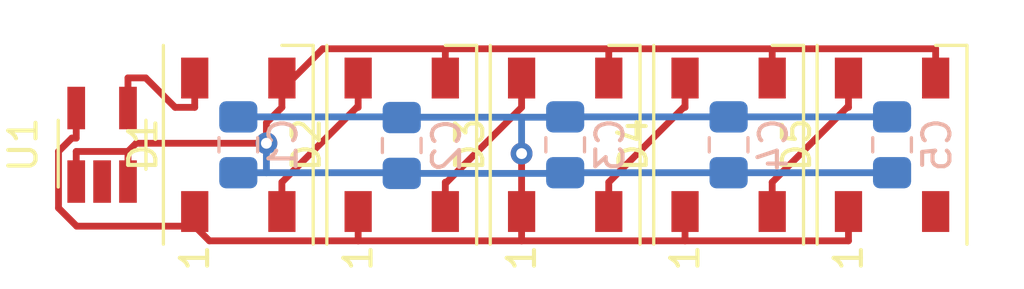
<source format=kicad_pcb>
(kicad_pcb (version 20171130) (host pcbnew 5.1.2-f72e74a~84~ubuntu18.04.1)

  (general
    (thickness 1.6)
    (drawings 0)
    (tracks 78)
    (zones 0)
    (modules 11)
    (nets 8)
  )

  (page A4)
  (layers
    (0 F.Cu signal)
    (31 B.Cu signal)
    (32 B.Adhes user)
    (33 F.Adhes user)
    (34 B.Paste user)
    (35 F.Paste user)
    (36 B.SilkS user)
    (37 F.SilkS user)
    (38 B.Mask user)
    (39 F.Mask user)
    (40 Dwgs.User user)
    (41 Cmts.User user)
    (42 Eco1.User user)
    (43 Eco2.User user)
    (44 Edge.Cuts user)
    (45 Margin user)
    (46 B.CrtYd user)
    (47 F.CrtYd user)
    (48 B.Fab user)
    (49 F.Fab user)
  )

  (setup
    (last_trace_width 0.25)
    (trace_clearance 0.2)
    (zone_clearance 0.508)
    (zone_45_only no)
    (trace_min 0.2)
    (via_size 0.8)
    (via_drill 0.4)
    (via_min_size 0.4)
    (via_min_drill 0.3)
    (uvia_size 0.3)
    (uvia_drill 0.1)
    (uvias_allowed no)
    (uvia_min_size 0.2)
    (uvia_min_drill 0.1)
    (edge_width 0.1)
    (segment_width 0.2)
    (pcb_text_width 0.3)
    (pcb_text_size 1.5 1.5)
    (mod_edge_width 0.15)
    (mod_text_size 1 1)
    (mod_text_width 0.15)
    (pad_size 1.524 1.524)
    (pad_drill 0.762)
    (pad_to_mask_clearance 0)
    (aux_axis_origin 0 0)
    (visible_elements FFFFFF7F)
    (pcbplotparams
      (layerselection 0x010fc_ffffffff)
      (usegerberextensions false)
      (usegerberattributes false)
      (usegerberadvancedattributes false)
      (creategerberjobfile false)
      (excludeedgelayer true)
      (linewidth 0.100000)
      (plotframeref false)
      (viasonmask false)
      (mode 1)
      (useauxorigin false)
      (hpglpennumber 1)
      (hpglpenspeed 20)
      (hpglpendiameter 15.000000)
      (psnegative false)
      (psa4output false)
      (plotreference true)
      (plotvalue true)
      (plotinvisibletext false)
      (padsonsilk false)
      (subtractmaskfromsilk false)
      (outputformat 1)
      (mirror false)
      (drillshape 1)
      (scaleselection 1)
      (outputdirectory ""))
  )

  (net 0 "")
  (net 1 +5V)
  (net 2 GND)
  (net 3 "Net-(D1-Pad2)")
  (net 4 "Net-(D1-Pad4)")
  (net 5 "Net-(D2-Pad2)")
  (net 6 "Net-(D3-Pad2)")
  (net 7 "Net-(D4-Pad2)")

  (net_class Default "This is the default net class."
    (clearance 0.2)
    (trace_width 0.25)
    (via_dia 0.8)
    (via_drill 0.4)
    (uvia_dia 0.3)
    (uvia_drill 0.1)
    (add_net +5V)
    (add_net GND)
    (add_net "Net-(D1-Pad2)")
    (add_net "Net-(D1-Pad4)")
    (add_net "Net-(D2-Pad2)")
    (add_net "Net-(D3-Pad2)")
    (add_net "Net-(D4-Pad2)")
  )

  (module Package_TO_SOT_SMD:SOT-23-5_HandSoldering (layer F.Cu) (tedit 5A0AB76C) (tstamp 5CEBAE66)
    (at 15 45 90)
    (descr "5-pin SOT23 package")
    (tags "SOT-23-5 hand-soldering")
    (path /5CFAEDA6)
    (attr smd)
    (fp_text reference U1 (at 0 -2.9 90) (layer F.SilkS)
      (effects (font (size 1 1) (thickness 0.15)))
    )
    (fp_text value 74AHCT1G125 (at 0 2.9 90) (layer F.Fab)
      (effects (font (size 1 1) (thickness 0.15)))
    )
    (fp_line (start 2.38 1.8) (end -2.38 1.8) (layer F.CrtYd) (width 0.05))
    (fp_line (start 2.38 1.8) (end 2.38 -1.8) (layer F.CrtYd) (width 0.05))
    (fp_line (start -2.38 -1.8) (end -2.38 1.8) (layer F.CrtYd) (width 0.05))
    (fp_line (start -2.38 -1.8) (end 2.38 -1.8) (layer F.CrtYd) (width 0.05))
    (fp_line (start 0.9 -1.55) (end 0.9 1.55) (layer F.Fab) (width 0.1))
    (fp_line (start 0.9 1.55) (end -0.9 1.55) (layer F.Fab) (width 0.1))
    (fp_line (start -0.9 -0.9) (end -0.9 1.55) (layer F.Fab) (width 0.1))
    (fp_line (start 0.9 -1.55) (end -0.25 -1.55) (layer F.Fab) (width 0.1))
    (fp_line (start -0.9 -0.9) (end -0.25 -1.55) (layer F.Fab) (width 0.1))
    (fp_line (start 0.9 -1.61) (end -1.55 -1.61) (layer F.SilkS) (width 0.12))
    (fp_line (start -0.9 1.61) (end 0.9 1.61) (layer F.SilkS) (width 0.12))
    (fp_text user %R (at 0 0) (layer F.Fab)
      (effects (font (size 0.5 0.5) (thickness 0.075)))
    )
    (pad 5 smd rect (at 1.35 -0.95 90) (size 1.56 0.65) (layers F.Cu F.Paste F.Mask)
      (net 1 +5V))
    (pad 4 smd rect (at 1.35 0.95 90) (size 1.56 0.65) (layers F.Cu F.Paste F.Mask)
      (net 4 "Net-(D1-Pad4)"))
    (pad 3 smd rect (at -1.35 0.95 90) (size 1.56 0.65) (layers F.Cu F.Paste F.Mask)
      (net 2 GND))
    (pad 2 smd rect (at -1.35 0 90) (size 1.56 0.65) (layers F.Cu F.Paste F.Mask))
    (pad 1 smd rect (at -1.35 -0.95 90) (size 1.56 0.65) (layers F.Cu F.Paste F.Mask)
      (net 2 GND))
    (model ${KISYS3DMOD}/Package_TO_SOT_SMD.3dshapes/SOT-23-5.wrl
      (at (xyz 0 0 0))
      (scale (xyz 1 1 1))
      (rotate (xyz 0 0 0))
    )
  )

  (module LED_SMD:LED_WS2812B_PLCC4_5.0x5.0mm_P3.2mm (layer F.Cu) (tedit 5AA4B285) (tstamp 5CEBAE51)
    (at 44 45 90)
    (descr https://cdn-shop.adafruit.com/datasheets/WS2812B.pdf)
    (tags "LED RGB NeoPixel")
    (path /5CF3D5CB)
    (attr smd)
    (fp_text reference D5 (at 0 -3.5 90) (layer F.SilkS)
      (effects (font (size 1 1) (thickness 0.15)))
    )
    (fp_text value WS2812B (at 0 4 90) (layer F.Fab)
      (effects (font (size 1 1) (thickness 0.15)))
    )
    (fp_circle (center 0 0) (end 0 -2) (layer F.Fab) (width 0.1))
    (fp_line (start 3.65 2.75) (end 3.65 1.6) (layer F.SilkS) (width 0.12))
    (fp_line (start -3.65 2.75) (end 3.65 2.75) (layer F.SilkS) (width 0.12))
    (fp_line (start -3.65 -2.75) (end 3.65 -2.75) (layer F.SilkS) (width 0.12))
    (fp_line (start 2.5 -2.5) (end -2.5 -2.5) (layer F.Fab) (width 0.1))
    (fp_line (start 2.5 2.5) (end 2.5 -2.5) (layer F.Fab) (width 0.1))
    (fp_line (start -2.5 2.5) (end 2.5 2.5) (layer F.Fab) (width 0.1))
    (fp_line (start -2.5 -2.5) (end -2.5 2.5) (layer F.Fab) (width 0.1))
    (fp_line (start 2.5 1.5) (end 1.5 2.5) (layer F.Fab) (width 0.1))
    (fp_line (start -3.45 -2.75) (end -3.45 2.75) (layer F.CrtYd) (width 0.05))
    (fp_line (start -3.45 2.75) (end 3.45 2.75) (layer F.CrtYd) (width 0.05))
    (fp_line (start 3.45 2.75) (end 3.45 -2.75) (layer F.CrtYd) (width 0.05))
    (fp_line (start 3.45 -2.75) (end -3.45 -2.75) (layer F.CrtYd) (width 0.05))
    (fp_text user %R (at 0 0 90) (layer F.Fab)
      (effects (font (size 0.8 0.8) (thickness 0.15)))
    )
    (fp_text user 1 (at -4.15 -1.6 90) (layer F.SilkS)
      (effects (font (size 1 1) (thickness 0.15)))
    )
    (pad 1 smd rect (at -2.45 -1.6 90) (size 1.5 1) (layers F.Cu F.Paste F.Mask)
      (net 1 +5V))
    (pad 2 smd rect (at -2.45 1.6 90) (size 1.5 1) (layers F.Cu F.Paste F.Mask))
    (pad 4 smd rect (at 2.45 -1.6 90) (size 1.5 1) (layers F.Cu F.Paste F.Mask)
      (net 7 "Net-(D4-Pad2)"))
    (pad 3 smd rect (at 2.45 1.6 90) (size 1.5 1) (layers F.Cu F.Paste F.Mask)
      (net 2 GND))
    (model ${KISYS3DMOD}/LED_SMD.3dshapes/LED_WS2812B_PLCC4_5.0x5.0mm_P3.2mm.wrl
      (at (xyz 0 0 0))
      (scale (xyz 1 1 1))
      (rotate (xyz 0 0 0))
    )
  )

  (module LED_SMD:LED_WS2812B_PLCC4_5.0x5.0mm_P3.2mm (layer F.Cu) (tedit 5AA4B285) (tstamp 5CEBAE3A)
    (at 38 45 90)
    (descr https://cdn-shop.adafruit.com/datasheets/WS2812B.pdf)
    (tags "LED RGB NeoPixel")
    (path /5CF3D050)
    (attr smd)
    (fp_text reference D4 (at 0 -3.5 90) (layer F.SilkS)
      (effects (font (size 1 1) (thickness 0.15)))
    )
    (fp_text value WS2812B (at 0 4 90) (layer F.Fab)
      (effects (font (size 1 1) (thickness 0.15)))
    )
    (fp_circle (center 0 0) (end 0 -2) (layer F.Fab) (width 0.1))
    (fp_line (start 3.65 2.75) (end 3.65 1.6) (layer F.SilkS) (width 0.12))
    (fp_line (start -3.65 2.75) (end 3.65 2.75) (layer F.SilkS) (width 0.12))
    (fp_line (start -3.65 -2.75) (end 3.65 -2.75) (layer F.SilkS) (width 0.12))
    (fp_line (start 2.5 -2.5) (end -2.5 -2.5) (layer F.Fab) (width 0.1))
    (fp_line (start 2.5 2.5) (end 2.5 -2.5) (layer F.Fab) (width 0.1))
    (fp_line (start -2.5 2.5) (end 2.5 2.5) (layer F.Fab) (width 0.1))
    (fp_line (start -2.5 -2.5) (end -2.5 2.5) (layer F.Fab) (width 0.1))
    (fp_line (start 2.5 1.5) (end 1.5 2.5) (layer F.Fab) (width 0.1))
    (fp_line (start -3.45 -2.75) (end -3.45 2.75) (layer F.CrtYd) (width 0.05))
    (fp_line (start -3.45 2.75) (end 3.45 2.75) (layer F.CrtYd) (width 0.05))
    (fp_line (start 3.45 2.75) (end 3.45 -2.75) (layer F.CrtYd) (width 0.05))
    (fp_line (start 3.45 -2.75) (end -3.45 -2.75) (layer F.CrtYd) (width 0.05))
    (fp_text user %R (at 0 0 90) (layer F.Fab)
      (effects (font (size 0.8 0.8) (thickness 0.15)))
    )
    (fp_text user 1 (at -4.15 -1.6 90) (layer F.SilkS)
      (effects (font (size 1 1) (thickness 0.15)))
    )
    (pad 1 smd rect (at -2.45 -1.6 90) (size 1.5 1) (layers F.Cu F.Paste F.Mask)
      (net 1 +5V))
    (pad 2 smd rect (at -2.45 1.6 90) (size 1.5 1) (layers F.Cu F.Paste F.Mask)
      (net 7 "Net-(D4-Pad2)"))
    (pad 4 smd rect (at 2.45 -1.6 90) (size 1.5 1) (layers F.Cu F.Paste F.Mask)
      (net 6 "Net-(D3-Pad2)"))
    (pad 3 smd rect (at 2.45 1.6 90) (size 1.5 1) (layers F.Cu F.Paste F.Mask)
      (net 2 GND))
    (model ${KISYS3DMOD}/LED_SMD.3dshapes/LED_WS2812B_PLCC4_5.0x5.0mm_P3.2mm.wrl
      (at (xyz 0 0 0))
      (scale (xyz 1 1 1))
      (rotate (xyz 0 0 0))
    )
  )

  (module LED_SMD:LED_WS2812B_PLCC4_5.0x5.0mm_P3.2mm (layer F.Cu) (tedit 5AA4B285) (tstamp 5CEBAE23)
    (at 32 45 90)
    (descr https://cdn-shop.adafruit.com/datasheets/WS2812B.pdf)
    (tags "LED RGB NeoPixel")
    (path /5CF3CB01)
    (attr smd)
    (fp_text reference D3 (at 0 -3.5 90) (layer F.SilkS)
      (effects (font (size 1 1) (thickness 0.15)))
    )
    (fp_text value WS2812B (at 0 4 90) (layer F.Fab)
      (effects (font (size 1 1) (thickness 0.15)))
    )
    (fp_circle (center 0 0) (end 0 -2) (layer F.Fab) (width 0.1))
    (fp_line (start 3.65 2.75) (end 3.65 1.6) (layer F.SilkS) (width 0.12))
    (fp_line (start -3.65 2.75) (end 3.65 2.75) (layer F.SilkS) (width 0.12))
    (fp_line (start -3.65 -2.75) (end 3.65 -2.75) (layer F.SilkS) (width 0.12))
    (fp_line (start 2.5 -2.5) (end -2.5 -2.5) (layer F.Fab) (width 0.1))
    (fp_line (start 2.5 2.5) (end 2.5 -2.5) (layer F.Fab) (width 0.1))
    (fp_line (start -2.5 2.5) (end 2.5 2.5) (layer F.Fab) (width 0.1))
    (fp_line (start -2.5 -2.5) (end -2.5 2.5) (layer F.Fab) (width 0.1))
    (fp_line (start 2.5 1.5) (end 1.5 2.5) (layer F.Fab) (width 0.1))
    (fp_line (start -3.45 -2.75) (end -3.45 2.75) (layer F.CrtYd) (width 0.05))
    (fp_line (start -3.45 2.75) (end 3.45 2.75) (layer F.CrtYd) (width 0.05))
    (fp_line (start 3.45 2.75) (end 3.45 -2.75) (layer F.CrtYd) (width 0.05))
    (fp_line (start 3.45 -2.75) (end -3.45 -2.75) (layer F.CrtYd) (width 0.05))
    (fp_text user %R (at 0 0 90) (layer F.Fab)
      (effects (font (size 0.8 0.8) (thickness 0.15)))
    )
    (fp_text user 1 (at -4.15 -1.6 90) (layer F.SilkS)
      (effects (font (size 1 1) (thickness 0.15)))
    )
    (pad 1 smd rect (at -2.45 -1.6 90) (size 1.5 1) (layers F.Cu F.Paste F.Mask)
      (net 1 +5V))
    (pad 2 smd rect (at -2.45 1.6 90) (size 1.5 1) (layers F.Cu F.Paste F.Mask)
      (net 6 "Net-(D3-Pad2)"))
    (pad 4 smd rect (at 2.45 -1.6 90) (size 1.5 1) (layers F.Cu F.Paste F.Mask)
      (net 5 "Net-(D2-Pad2)"))
    (pad 3 smd rect (at 2.45 1.6 90) (size 1.5 1) (layers F.Cu F.Paste F.Mask)
      (net 2 GND))
    (model ${KISYS3DMOD}/LED_SMD.3dshapes/LED_WS2812B_PLCC4_5.0x5.0mm_P3.2mm.wrl
      (at (xyz 0 0 0))
      (scale (xyz 1 1 1))
      (rotate (xyz 0 0 0))
    )
  )

  (module LED_SMD:LED_WS2812B_PLCC4_5.0x5.0mm_P3.2mm (layer F.Cu) (tedit 5AA4B285) (tstamp 5CEBAE0C)
    (at 26 45 90)
    (descr https://cdn-shop.adafruit.com/datasheets/WS2812B.pdf)
    (tags "LED RGB NeoPixel")
    (path /5CF3C1DB)
    (attr smd)
    (fp_text reference D2 (at 0 -3.5 90) (layer F.SilkS)
      (effects (font (size 1 1) (thickness 0.15)))
    )
    (fp_text value WS2812B (at 0 4 90) (layer F.Fab)
      (effects (font (size 1 1) (thickness 0.15)))
    )
    (fp_circle (center 0 0) (end 0 -2) (layer F.Fab) (width 0.1))
    (fp_line (start 3.65 2.75) (end 3.65 1.6) (layer F.SilkS) (width 0.12))
    (fp_line (start -3.65 2.75) (end 3.65 2.75) (layer F.SilkS) (width 0.12))
    (fp_line (start -3.65 -2.75) (end 3.65 -2.75) (layer F.SilkS) (width 0.12))
    (fp_line (start 2.5 -2.5) (end -2.5 -2.5) (layer F.Fab) (width 0.1))
    (fp_line (start 2.5 2.5) (end 2.5 -2.5) (layer F.Fab) (width 0.1))
    (fp_line (start -2.5 2.5) (end 2.5 2.5) (layer F.Fab) (width 0.1))
    (fp_line (start -2.5 -2.5) (end -2.5 2.5) (layer F.Fab) (width 0.1))
    (fp_line (start 2.5 1.5) (end 1.5 2.5) (layer F.Fab) (width 0.1))
    (fp_line (start -3.45 -2.75) (end -3.45 2.75) (layer F.CrtYd) (width 0.05))
    (fp_line (start -3.45 2.75) (end 3.45 2.75) (layer F.CrtYd) (width 0.05))
    (fp_line (start 3.45 2.75) (end 3.45 -2.75) (layer F.CrtYd) (width 0.05))
    (fp_line (start 3.45 -2.75) (end -3.45 -2.75) (layer F.CrtYd) (width 0.05))
    (fp_text user %R (at 0 0 90) (layer F.Fab)
      (effects (font (size 0.8 0.8) (thickness 0.15)))
    )
    (fp_text user 1 (at -4.15 -1.6 90) (layer F.SilkS)
      (effects (font (size 1 1) (thickness 0.15)))
    )
    (pad 1 smd rect (at -2.45 -1.6 90) (size 1.5 1) (layers F.Cu F.Paste F.Mask)
      (net 1 +5V))
    (pad 2 smd rect (at -2.45 1.6 90) (size 1.5 1) (layers F.Cu F.Paste F.Mask)
      (net 5 "Net-(D2-Pad2)"))
    (pad 4 smd rect (at 2.45 -1.6 90) (size 1.5 1) (layers F.Cu F.Paste F.Mask)
      (net 3 "Net-(D1-Pad2)"))
    (pad 3 smd rect (at 2.45 1.6 90) (size 1.5 1) (layers F.Cu F.Paste F.Mask)
      (net 2 GND))
    (model ${KISYS3DMOD}/LED_SMD.3dshapes/LED_WS2812B_PLCC4_5.0x5.0mm_P3.2mm.wrl
      (at (xyz 0 0 0))
      (scale (xyz 1 1 1))
      (rotate (xyz 0 0 0))
    )
  )

  (module LED_SMD:LED_WS2812B_PLCC4_5.0x5.0mm_P3.2mm (layer F.Cu) (tedit 5AA4B285) (tstamp 5CEBADF5)
    (at 20 45 90)
    (descr https://cdn-shop.adafruit.com/datasheets/WS2812B.pdf)
    (tags "LED RGB NeoPixel")
    (path /5CF3B1DC)
    (attr smd)
    (fp_text reference D1 (at 0 -3.5 90) (layer F.SilkS)
      (effects (font (size 1 1) (thickness 0.15)))
    )
    (fp_text value WS2812B (at 0 4 90) (layer F.Fab)
      (effects (font (size 1 1) (thickness 0.15)))
    )
    (fp_circle (center 0 0) (end 0 -2) (layer F.Fab) (width 0.1))
    (fp_line (start 3.65 2.75) (end 3.65 1.6) (layer F.SilkS) (width 0.12))
    (fp_line (start -3.65 2.75) (end 3.65 2.75) (layer F.SilkS) (width 0.12))
    (fp_line (start -3.65 -2.75) (end 3.65 -2.75) (layer F.SilkS) (width 0.12))
    (fp_line (start 2.5 -2.5) (end -2.5 -2.5) (layer F.Fab) (width 0.1))
    (fp_line (start 2.5 2.5) (end 2.5 -2.5) (layer F.Fab) (width 0.1))
    (fp_line (start -2.5 2.5) (end 2.5 2.5) (layer F.Fab) (width 0.1))
    (fp_line (start -2.5 -2.5) (end -2.5 2.5) (layer F.Fab) (width 0.1))
    (fp_line (start 2.5 1.5) (end 1.5 2.5) (layer F.Fab) (width 0.1))
    (fp_line (start -3.45 -2.75) (end -3.45 2.75) (layer F.CrtYd) (width 0.05))
    (fp_line (start -3.45 2.75) (end 3.45 2.75) (layer F.CrtYd) (width 0.05))
    (fp_line (start 3.45 2.75) (end 3.45 -2.75) (layer F.CrtYd) (width 0.05))
    (fp_line (start 3.45 -2.75) (end -3.45 -2.75) (layer F.CrtYd) (width 0.05))
    (fp_text user %R (at 0 0 90) (layer F.Fab)
      (effects (font (size 0.8 0.8) (thickness 0.15)))
    )
    (fp_text user 1 (at -4.15 -1.6 90) (layer F.SilkS)
      (effects (font (size 1 1) (thickness 0.15)))
    )
    (pad 1 smd rect (at -2.45 -1.6 90) (size 1.5 1) (layers F.Cu F.Paste F.Mask)
      (net 1 +5V))
    (pad 2 smd rect (at -2.45 1.6 90) (size 1.5 1) (layers F.Cu F.Paste F.Mask)
      (net 3 "Net-(D1-Pad2)"))
    (pad 4 smd rect (at 2.45 -1.6 90) (size 1.5 1) (layers F.Cu F.Paste F.Mask)
      (net 4 "Net-(D1-Pad4)"))
    (pad 3 smd rect (at 2.45 1.6 90) (size 1.5 1) (layers F.Cu F.Paste F.Mask)
      (net 2 GND))
    (model ${KISYS3DMOD}/LED_SMD.3dshapes/LED_WS2812B_PLCC4_5.0x5.0mm_P3.2mm.wrl
      (at (xyz 0 0 0))
      (scale (xyz 1 1 1))
      (rotate (xyz 0 0 0))
    )
  )

  (module Capacitor_SMD:C_0805_2012Metric_Pad1.15x1.40mm_HandSolder (layer B.Cu) (tedit 5B36C52B) (tstamp 5CEBADDE)
    (at 44 45 90)
    (descr "Capacitor SMD 0805 (2012 Metric), square (rectangular) end terminal, IPC_7351 nominal with elongated pad for handsoldering. (Body size source: https://docs.google.com/spreadsheets/d/1BsfQQcO9C6DZCsRaXUlFlo91Tg2WpOkGARC1WS5S8t0/edit?usp=sharing), generated with kicad-footprint-generator")
    (tags "capacitor handsolder")
    (path /5CF72840)
    (attr smd)
    (fp_text reference C5 (at 0 1.65 90) (layer B.SilkS)
      (effects (font (size 1 1) (thickness 0.15)) (justify mirror))
    )
    (fp_text value C106,0805 (at 0 -1.65 90) (layer B.Fab)
      (effects (font (size 1 1) (thickness 0.15)) (justify mirror))
    )
    (fp_text user %R (at 0 0 90) (layer B.Fab)
      (effects (font (size 0.5 0.5) (thickness 0.08)) (justify mirror))
    )
    (fp_line (start 1.85 -0.95) (end -1.85 -0.95) (layer B.CrtYd) (width 0.05))
    (fp_line (start 1.85 0.95) (end 1.85 -0.95) (layer B.CrtYd) (width 0.05))
    (fp_line (start -1.85 0.95) (end 1.85 0.95) (layer B.CrtYd) (width 0.05))
    (fp_line (start -1.85 -0.95) (end -1.85 0.95) (layer B.CrtYd) (width 0.05))
    (fp_line (start -0.261252 -0.71) (end 0.261252 -0.71) (layer B.SilkS) (width 0.12))
    (fp_line (start -0.261252 0.71) (end 0.261252 0.71) (layer B.SilkS) (width 0.12))
    (fp_line (start 1 -0.6) (end -1 -0.6) (layer B.Fab) (width 0.1))
    (fp_line (start 1 0.6) (end 1 -0.6) (layer B.Fab) (width 0.1))
    (fp_line (start -1 0.6) (end 1 0.6) (layer B.Fab) (width 0.1))
    (fp_line (start -1 -0.6) (end -1 0.6) (layer B.Fab) (width 0.1))
    (pad 2 smd roundrect (at 1.025 0 90) (size 1.15 1.4) (layers B.Cu B.Paste B.Mask) (roundrect_rratio 0.217391)
      (net 1 +5V))
    (pad 1 smd roundrect (at -1.025 0 90) (size 1.15 1.4) (layers B.Cu B.Paste B.Mask) (roundrect_rratio 0.217391)
      (net 2 GND))
    (model ${KISYS3DMOD}/Capacitor_SMD.3dshapes/C_0805_2012Metric.wrl
      (at (xyz 0 0 0))
      (scale (xyz 1 1 1))
      (rotate (xyz 0 0 0))
    )
  )

  (module Capacitor_SMD:C_0805_2012Metric_Pad1.15x1.40mm_HandSolder (layer B.Cu) (tedit 5B36C52B) (tstamp 5CEBADCD)
    (at 38 45 90)
    (descr "Capacitor SMD 0805 (2012 Metric), square (rectangular) end terminal, IPC_7351 nominal with elongated pad for handsoldering. (Body size source: https://docs.google.com/spreadsheets/d/1BsfQQcO9C6DZCsRaXUlFlo91Tg2WpOkGARC1WS5S8t0/edit?usp=sharing), generated with kicad-footprint-generator")
    (tags "capacitor handsolder")
    (path /5CF70FB2)
    (attr smd)
    (fp_text reference C4 (at 0 1.65 90) (layer B.SilkS)
      (effects (font (size 1 1) (thickness 0.15)) (justify mirror))
    )
    (fp_text value C106,0805 (at 0 -1.65 90) (layer B.Fab)
      (effects (font (size 1 1) (thickness 0.15)) (justify mirror))
    )
    (fp_text user %R (at 0 0 90) (layer B.Fab)
      (effects (font (size 0.5 0.5) (thickness 0.08)) (justify mirror))
    )
    (fp_line (start 1.85 -0.95) (end -1.85 -0.95) (layer B.CrtYd) (width 0.05))
    (fp_line (start 1.85 0.95) (end 1.85 -0.95) (layer B.CrtYd) (width 0.05))
    (fp_line (start -1.85 0.95) (end 1.85 0.95) (layer B.CrtYd) (width 0.05))
    (fp_line (start -1.85 -0.95) (end -1.85 0.95) (layer B.CrtYd) (width 0.05))
    (fp_line (start -0.261252 -0.71) (end 0.261252 -0.71) (layer B.SilkS) (width 0.12))
    (fp_line (start -0.261252 0.71) (end 0.261252 0.71) (layer B.SilkS) (width 0.12))
    (fp_line (start 1 -0.6) (end -1 -0.6) (layer B.Fab) (width 0.1))
    (fp_line (start 1 0.6) (end 1 -0.6) (layer B.Fab) (width 0.1))
    (fp_line (start -1 0.6) (end 1 0.6) (layer B.Fab) (width 0.1))
    (fp_line (start -1 -0.6) (end -1 0.6) (layer B.Fab) (width 0.1))
    (pad 2 smd roundrect (at 1.025 0 90) (size 1.15 1.4) (layers B.Cu B.Paste B.Mask) (roundrect_rratio 0.217391)
      (net 1 +5V))
    (pad 1 smd roundrect (at -1.025 0 90) (size 1.15 1.4) (layers B.Cu B.Paste B.Mask) (roundrect_rratio 0.217391)
      (net 2 GND))
    (model ${KISYS3DMOD}/Capacitor_SMD.3dshapes/C_0805_2012Metric.wrl
      (at (xyz 0 0 0))
      (scale (xyz 1 1 1))
      (rotate (xyz 0 0 0))
    )
  )

  (module Capacitor_SMD:C_0805_2012Metric_Pad1.15x1.40mm_HandSolder (layer B.Cu) (tedit 5B36C52B) (tstamp 5CEBADBC)
    (at 32 45 90)
    (descr "Capacitor SMD 0805 (2012 Metric), square (rectangular) end terminal, IPC_7351 nominal with elongated pad for handsoldering. (Body size source: https://docs.google.com/spreadsheets/d/1BsfQQcO9C6DZCsRaXUlFlo91Tg2WpOkGARC1WS5S8t0/edit?usp=sharing), generated with kicad-footprint-generator")
    (tags "capacitor handsolder")
    (path /5CF6F5B1)
    (attr smd)
    (fp_text reference C3 (at 0 1.65 90) (layer B.SilkS)
      (effects (font (size 1 1) (thickness 0.15)) (justify mirror))
    )
    (fp_text value C106,0805 (at 0 -1.65 90) (layer B.Fab)
      (effects (font (size 1 1) (thickness 0.15)) (justify mirror))
    )
    (fp_text user %R (at 0 0 90) (layer B.Fab)
      (effects (font (size 0.5 0.5) (thickness 0.08)) (justify mirror))
    )
    (fp_line (start 1.85 -0.95) (end -1.85 -0.95) (layer B.CrtYd) (width 0.05))
    (fp_line (start 1.85 0.95) (end 1.85 -0.95) (layer B.CrtYd) (width 0.05))
    (fp_line (start -1.85 0.95) (end 1.85 0.95) (layer B.CrtYd) (width 0.05))
    (fp_line (start -1.85 -0.95) (end -1.85 0.95) (layer B.CrtYd) (width 0.05))
    (fp_line (start -0.261252 -0.71) (end 0.261252 -0.71) (layer B.SilkS) (width 0.12))
    (fp_line (start -0.261252 0.71) (end 0.261252 0.71) (layer B.SilkS) (width 0.12))
    (fp_line (start 1 -0.6) (end -1 -0.6) (layer B.Fab) (width 0.1))
    (fp_line (start 1 0.6) (end 1 -0.6) (layer B.Fab) (width 0.1))
    (fp_line (start -1 0.6) (end 1 0.6) (layer B.Fab) (width 0.1))
    (fp_line (start -1 -0.6) (end -1 0.6) (layer B.Fab) (width 0.1))
    (pad 2 smd roundrect (at 1.025 0 90) (size 1.15 1.4) (layers B.Cu B.Paste B.Mask) (roundrect_rratio 0.217391)
      (net 1 +5V))
    (pad 1 smd roundrect (at -1.025 0 90) (size 1.15 1.4) (layers B.Cu B.Paste B.Mask) (roundrect_rratio 0.217391)
      (net 2 GND))
    (model ${KISYS3DMOD}/Capacitor_SMD.3dshapes/C_0805_2012Metric.wrl
      (at (xyz 0 0 0))
      (scale (xyz 1 1 1))
      (rotate (xyz 0 0 0))
    )
  )

  (module Capacitor_SMD:C_0805_2012Metric_Pad1.15x1.40mm_HandSolder (layer B.Cu) (tedit 5B36C52B) (tstamp 5CEBADAB)
    (at 26 45.025 90)
    (descr "Capacitor SMD 0805 (2012 Metric), square (rectangular) end terminal, IPC_7351 nominal with elongated pad for handsoldering. (Body size source: https://docs.google.com/spreadsheets/d/1BsfQQcO9C6DZCsRaXUlFlo91Tg2WpOkGARC1WS5S8t0/edit?usp=sharing), generated with kicad-footprint-generator")
    (tags "capacitor handsolder")
    (path /5CF6DBC3)
    (attr smd)
    (fp_text reference C2 (at 0 1.65 90) (layer B.SilkS)
      (effects (font (size 1 1) (thickness 0.15)) (justify mirror))
    )
    (fp_text value C106,0805 (at 0 -1.65 90) (layer B.Fab)
      (effects (font (size 1 1) (thickness 0.15)) (justify mirror))
    )
    (fp_text user %R (at 0 0 90) (layer B.Fab)
      (effects (font (size 0.5 0.5) (thickness 0.08)) (justify mirror))
    )
    (fp_line (start 1.85 -0.95) (end -1.85 -0.95) (layer B.CrtYd) (width 0.05))
    (fp_line (start 1.85 0.95) (end 1.85 -0.95) (layer B.CrtYd) (width 0.05))
    (fp_line (start -1.85 0.95) (end 1.85 0.95) (layer B.CrtYd) (width 0.05))
    (fp_line (start -1.85 -0.95) (end -1.85 0.95) (layer B.CrtYd) (width 0.05))
    (fp_line (start -0.261252 -0.71) (end 0.261252 -0.71) (layer B.SilkS) (width 0.12))
    (fp_line (start -0.261252 0.71) (end 0.261252 0.71) (layer B.SilkS) (width 0.12))
    (fp_line (start 1 -0.6) (end -1 -0.6) (layer B.Fab) (width 0.1))
    (fp_line (start 1 0.6) (end 1 -0.6) (layer B.Fab) (width 0.1))
    (fp_line (start -1 0.6) (end 1 0.6) (layer B.Fab) (width 0.1))
    (fp_line (start -1 -0.6) (end -1 0.6) (layer B.Fab) (width 0.1))
    (pad 2 smd roundrect (at 1.025 0 90) (size 1.15 1.4) (layers B.Cu B.Paste B.Mask) (roundrect_rratio 0.217391)
      (net 1 +5V))
    (pad 1 smd roundrect (at -1.025 0 90) (size 1.15 1.4) (layers B.Cu B.Paste B.Mask) (roundrect_rratio 0.217391)
      (net 2 GND))
    (model ${KISYS3DMOD}/Capacitor_SMD.3dshapes/C_0805_2012Metric.wrl
      (at (xyz 0 0 0))
      (scale (xyz 1 1 1))
      (rotate (xyz 0 0 0))
    )
  )

  (module Capacitor_SMD:C_0805_2012Metric_Pad1.15x1.40mm_HandSolder (layer B.Cu) (tedit 5B36C52B) (tstamp 5CEBAD9A)
    (at 20 45 90)
    (descr "Capacitor SMD 0805 (2012 Metric), square (rectangular) end terminal, IPC_7351 nominal with elongated pad for handsoldering. (Body size source: https://docs.google.com/spreadsheets/d/1BsfQQcO9C6DZCsRaXUlFlo91Tg2WpOkGARC1WS5S8t0/edit?usp=sharing), generated with kicad-footprint-generator")
    (tags "capacitor handsolder")
    (path /5CE4C478)
    (attr smd)
    (fp_text reference C1 (at 0 1.65 90) (layer B.SilkS)
      (effects (font (size 1 1) (thickness 0.15)) (justify mirror))
    )
    (fp_text value C106,0805 (at 0 -1.65 90) (layer B.Fab)
      (effects (font (size 1 1) (thickness 0.15)) (justify mirror))
    )
    (fp_text user %R (at 0 0 90) (layer B.Fab)
      (effects (font (size 0.5 0.5) (thickness 0.08)) (justify mirror))
    )
    (fp_line (start 1.85 -0.95) (end -1.85 -0.95) (layer B.CrtYd) (width 0.05))
    (fp_line (start 1.85 0.95) (end 1.85 -0.95) (layer B.CrtYd) (width 0.05))
    (fp_line (start -1.85 0.95) (end 1.85 0.95) (layer B.CrtYd) (width 0.05))
    (fp_line (start -1.85 -0.95) (end -1.85 0.95) (layer B.CrtYd) (width 0.05))
    (fp_line (start -0.261252 -0.71) (end 0.261252 -0.71) (layer B.SilkS) (width 0.12))
    (fp_line (start -0.261252 0.71) (end 0.261252 0.71) (layer B.SilkS) (width 0.12))
    (fp_line (start 1 -0.6) (end -1 -0.6) (layer B.Fab) (width 0.1))
    (fp_line (start 1 0.6) (end 1 -0.6) (layer B.Fab) (width 0.1))
    (fp_line (start -1 0.6) (end 1 0.6) (layer B.Fab) (width 0.1))
    (fp_line (start -1 -0.6) (end -1 0.6) (layer B.Fab) (width 0.1))
    (pad 2 smd roundrect (at 1.025 0 90) (size 1.15 1.4) (layers B.Cu B.Paste B.Mask) (roundrect_rratio 0.217391)
      (net 1 +5V))
    (pad 1 smd roundrect (at -1.025 0 90) (size 1.15 1.4) (layers B.Cu B.Paste B.Mask) (roundrect_rratio 0.217391)
      (net 2 GND))
    (model ${KISYS3DMOD}/Capacitor_SMD.3dshapes/C_0805_2012Metric.wrl
      (at (xyz 0 0 0))
      (scale (xyz 1 1 1))
      (rotate (xyz 0 0 0))
    )
  )

  (segment (start 30.4 43.9875) (end 31.9875 43.9875) (width 0.25) (layer B.Cu) (net 1))
  (segment (start 31.9875 43.9875) (end 32 43.975) (width 0.25) (layer B.Cu) (net 1))
  (segment (start 26 43.9875) (end 30.4 43.9875) (width 0.25) (layer B.Cu) (net 1))
  (segment (start 30.4 43.9875) (end 30.4 45.3227) (width 0.25) (layer B.Cu) (net 1))
  (segment (start 30.4 45.3227) (end 30.4 47.45) (width 0.25) (layer F.Cu) (net 1))
  (segment (start 18.4 47.9876) (end 18.9377 48.5253) (width 0.25) (layer F.Cu) (net 1))
  (segment (start 18.9377 48.5253) (end 24.4 48.5253) (width 0.25) (layer F.Cu) (net 1))
  (segment (start 14.05 44.7553) (end 13.8873 44.7553) (width 0.25) (layer F.Cu) (net 1))
  (segment (start 13.8873 44.7553) (end 13.3997 45.2429) (width 0.25) (layer F.Cu) (net 1))
  (segment (start 13.3997 45.2429) (end 13.3997 47.3208) (width 0.25) (layer F.Cu) (net 1))
  (segment (start 13.3997 47.3208) (end 14.0665 47.9876) (width 0.25) (layer F.Cu) (net 1))
  (segment (start 14.0665 47.9876) (end 18.4 47.9876) (width 0.25) (layer F.Cu) (net 1))
  (segment (start 32 43.975) (end 38 43.975) (width 0.25) (layer B.Cu) (net 1))
  (segment (start 30.4 48.5253) (end 36.4 48.5253) (width 0.25) (layer F.Cu) (net 1))
  (segment (start 24.4 48.5253) (end 30.4 48.5253) (width 0.25) (layer F.Cu) (net 1))
  (segment (start 36.4 48.5253) (end 42.4 48.5253) (width 0.25) (layer F.Cu) (net 1))
  (segment (start 36.4 48.4127) (end 36.4 48.5253) (width 0.25) (layer F.Cu) (net 1))
  (segment (start 30.4 47.45) (end 30.4 48.5253) (width 0.25) (layer F.Cu) (net 1))
  (segment (start 24.4 47.45) (end 24.4 48.5253) (width 0.25) (layer F.Cu) (net 1))
  (segment (start 26 43.9875) (end 25.9875 43.975) (width 0.25) (layer B.Cu) (net 1))
  (segment (start 25.9875 43.975) (end 20 43.975) (width 0.25) (layer B.Cu) (net 1))
  (segment (start 14.05 43.65) (end 14.05 44.7553) (width 0.25) (layer F.Cu) (net 1))
  (segment (start 18.4 47.45) (end 18.4 47.9876) (width 0.25) (layer F.Cu) (net 1))
  (segment (start 42.4 47.45) (end 42.4 48.5253) (width 0.25) (layer F.Cu) (net 1))
  (segment (start 36.4 47.45) (end 36.4 48.4127) (width 0.25) (layer F.Cu) (net 1))
  (segment (start 38 43.975) (end 44 43.975) (width 0.25) (layer B.Cu) (net 1))
  (segment (start 26 43.9875) (end 26 44) (width 0.25) (layer B.Cu) (net 1))
  (via (at 30.4 45.3227) (size 0.8) (layers F.Cu B.Cu) (net 1))
  (segment (start 21.0323 44.9443) (end 16.2504 44.9443) (width 0.25) (layer F.Cu) (net 2))
  (segment (start 16.2504 44.9443) (end 15.95 45.2447) (width 0.25) (layer F.Cu) (net 2))
  (segment (start 21.0323 46.025) (end 20 46.025) (width 0.25) (layer B.Cu) (net 2))
  (segment (start 26 46.05) (end 25.975 46.025) (width 0.25) (layer B.Cu) (net 2))
  (segment (start 25.975 46.025) (end 21.0323 46.025) (width 0.25) (layer B.Cu) (net 2))
  (segment (start 21.0323 46.025) (end 21.0323 44.9443) (width 0.25) (layer B.Cu) (net 2))
  (segment (start 21.6 43.6253) (end 21.0323 44.193) (width 0.25) (layer F.Cu) (net 2))
  (segment (start 21.0323 44.193) (end 21.0323 44.9443) (width 0.25) (layer F.Cu) (net 2))
  (segment (start 26 46.05) (end 31.975 46.05) (width 0.25) (layer B.Cu) (net 2))
  (segment (start 31.975 46.05) (end 32 46.025) (width 0.25) (layer B.Cu) (net 2))
  (segment (start 14.05 46.35) (end 14.05 45.2447) (width 0.25) (layer F.Cu) (net 2))
  (segment (start 14.05 45.2447) (end 15.95 45.2447) (width 0.25) (layer F.Cu) (net 2))
  (segment (start 15.95 46.35) (end 15.95 45.2447) (width 0.25) (layer F.Cu) (net 2))
  (segment (start 33.6 41.4747) (end 39.6 41.4747) (width 0.25) (layer F.Cu) (net 2))
  (segment (start 33.6 41.5873) (end 33.6 41.4747) (width 0.25) (layer F.Cu) (net 2))
  (segment (start 33.6 42.55) (end 33.6 41.5873) (width 0.25) (layer F.Cu) (net 2))
  (segment (start 27.6 41.4747) (end 33.6 41.4747) (width 0.25) (layer F.Cu) (net 2))
  (segment (start 27.6 41.5873) (end 27.6 41.4747) (width 0.25) (layer F.Cu) (net 2))
  (segment (start 27.6 42.55) (end 27.6 41.5873) (width 0.25) (layer F.Cu) (net 2))
  (segment (start 21.6 42.975) (end 23.1003 41.4747) (width 0.25) (layer F.Cu) (net 2))
  (segment (start 23.1003 41.4747) (end 27.6 41.4747) (width 0.25) (layer F.Cu) (net 2))
  (segment (start 21.6 42.975) (end 21.6 43.6253) (width 0.25) (layer F.Cu) (net 2))
  (segment (start 21.6 42.55) (end 21.6 42.975) (width 0.25) (layer F.Cu) (net 2))
  (segment (start 39.6 42.55) (end 39.6 41.4747) (width 0.25) (layer F.Cu) (net 2))
  (segment (start 45.6 42.55) (end 45.6 41.4747) (width 0.25) (layer F.Cu) (net 2))
  (segment (start 45.6 41.4747) (end 39.6 41.4747) (width 0.25) (layer F.Cu) (net 2))
  (segment (start 44 46.025) (end 38 46.025) (width 0.25) (layer B.Cu) (net 2))
  (segment (start 38 46.025) (end 32 46.025) (width 0.25) (layer B.Cu) (net 2))
  (via (at 21.0323 44.9443) (size 0.8) (layers F.Cu B.Cu) (net 2))
  (segment (start 24.4 42.55) (end 24.4 43.6253) (width 0.25) (layer F.Cu) (net 3))
  (segment (start 21.6 47.45) (end 21.6 46.3747) (width 0.25) (layer F.Cu) (net 3))
  (segment (start 21.6 46.3747) (end 24.3494 43.6253) (width 0.25) (layer F.Cu) (net 3))
  (segment (start 24.3494 43.6253) (end 24.4 43.6253) (width 0.25) (layer F.Cu) (net 3))
  (segment (start 15.95 43.65) (end 15.95 42.5447) (width 0.25) (layer F.Cu) (net 4))
  (segment (start 18.4 42.55) (end 18.4 43.6253) (width 0.25) (layer F.Cu) (net 4))
  (segment (start 18.4 43.6253) (end 17.6809 43.6253) (width 0.25) (layer F.Cu) (net 4))
  (segment (start 17.6809 43.6253) (end 16.6003 42.5447) (width 0.25) (layer F.Cu) (net 4))
  (segment (start 16.6003 42.5447) (end 15.95 42.5447) (width 0.25) (layer F.Cu) (net 4))
  (segment (start 27.6 47.45) (end 27.6 46.3747) (width 0.25) (layer F.Cu) (net 5))
  (segment (start 30.4 42.55) (end 30.4 43.6253) (width 0.25) (layer F.Cu) (net 5))
  (segment (start 27.6 46.3747) (end 27.6506 46.3747) (width 0.25) (layer F.Cu) (net 5))
  (segment (start 27.6506 46.3747) (end 30.4 43.6253) (width 0.25) (layer F.Cu) (net 5))
  (segment (start 36.4 42.55) (end 36.4 43.6253) (width 0.25) (layer F.Cu) (net 6))
  (segment (start 33.6 47.45) (end 33.6 46.3747) (width 0.25) (layer F.Cu) (net 6))
  (segment (start 33.6 46.3747) (end 36.3494 43.6253) (width 0.25) (layer F.Cu) (net 6))
  (segment (start 36.3494 43.6253) (end 36.4 43.6253) (width 0.25) (layer F.Cu) (net 6))
  (segment (start 42.4 42.55) (end 42.4 43.6253) (width 0.25) (layer F.Cu) (net 7))
  (segment (start 39.6 47.45) (end 39.6 46.3747) (width 0.25) (layer F.Cu) (net 7))
  (segment (start 39.6 46.3747) (end 42.3494 43.6253) (width 0.25) (layer F.Cu) (net 7))
  (segment (start 42.3494 43.6253) (end 42.4 43.6253) (width 0.25) (layer F.Cu) (net 7))

)

</source>
